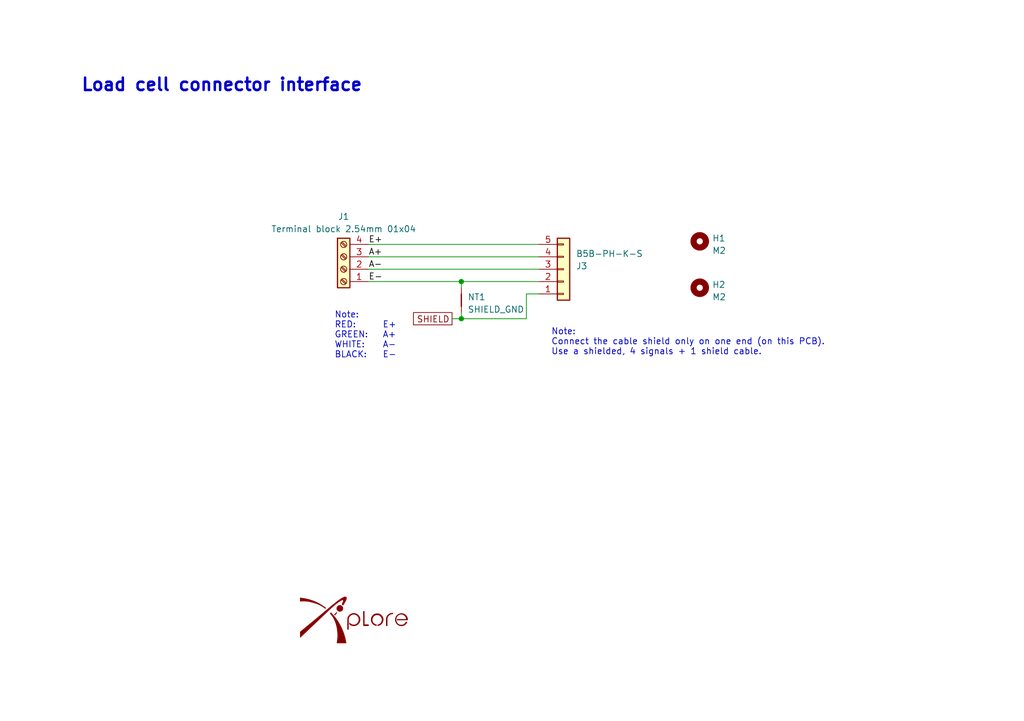
<source format=kicad_sch>
(kicad_sch (version 20230121) (generator eeschema)
  (paper "A5")
  (title_block (title "Load Cell Connector Interface (with shield)") (date "2023-07-16") (rev "1") (company "EPFL Xplore") (comment 4 "Author: Vincent Nguyen"))
  (lib_symbols
    (symbol "0_graphic:Xplore_Logo" (pin_numbers hide) (pin_names (offset 0) hide) (in_bom no)
      (symbol "Xplore_Logo_0_0"
        (polyline (pts (xy 3.1897 2.6292) (xy 2.7649 2.6309) (xy 2.34 2.6325) (xy 2.3384 3.9813) (xy 2.3368 5.3302) (xy 2.1345 5.3302) (xy 2.1387 4.6049) (xy 2.1388 4.6004) (xy 2.1394 4.4854) (xy 2.1401 4.3599) (xy 2.1409 4.2262) (xy 2.1417 4.0865) (xy 2.1425 3.9432) (xy 2.1434 3.7985) (xy 2.1442 3.6548) (xy 2.145 3.5142) (xy 2.1457 3.3792) (xy 2.1465 3.252) (xy 2.1471 3.1349) (xy 2.1513 2.3902) (xy 3.1897 2.3902) (xy 3.1897 2.6292)) (stroke (width 0.01)) (fill (type outline)))
        (polyline (pts (xy -3.7161 4.5443) (xy -3.7063 4.5551) (xy -3.6898 4.5741) (xy -3.6676 4.6001) (xy -3.6407 4.632) (xy -3.6099 4.6687) (xy -3.5763 4.709) (xy -3.5406 4.7519) (xy -3.504 4.7961) (xy -3.4672 4.8407) (xy -3.4313 4.8844) (xy -3.3971 4.9261) (xy -3.3657 4.9646) (xy -3.3378 4.999) (xy -3.3146 5.0279) (xy -3.2968 5.0504) (xy -3.2854 5.0652) (xy -3.2815 5.0713) (xy -3.2828 5.0737) (xy -3.2928 5.082) (xy -3.3105 5.0936) (xy -3.3333 5.1067) (xy -3.3851 5.1349) (xy -3.5627 4.9218) (xy -3.5807 4.9002) (xy -3.619 4.8541) (xy -3.6555 4.8104) (xy -3.6889 4.7702) (xy -3.7183 4.7349) (xy -3.7426 4.7056) (xy -3.7607 4.6838) (xy -3.7716 4.6706) (xy -3.803 4.6324) (xy -3.7629 4.5872) (xy -3.753 4.5762) (xy -3.7366 4.5586) (xy -3.7244 4.5466) (xy -3.7186 4.5422) (xy -3.7161 4.5443)) (stroke (width 0.01)) (fill (type outline)))
        (polyline (pts (xy -2.6601 5.3171) (xy -2.6296 5.3188) (xy -2.6161 5.3202) (xy -2.5301 5.3364) (xy -2.4483 5.3642) (xy -2.3717 5.4027) (xy -2.3013 5.451) (xy -2.238 5.5082) (xy -2.1828 5.5735) (xy -2.1367 5.6461) (xy -2.1007 5.725) (xy -2.0757 5.8093) (xy -2.0742 5.8164) (xy -2.0672 5.8628) (xy -2.0631 5.9145) (xy -2.0621 5.9671) (xy -2.0642 6.0161) (xy -2.0696 6.0571) (xy -2.0867 6.1255) (xy -2.1191 6.2102) (xy -2.162 6.2883) (xy -2.2149 6.3591) (xy -2.2773 6.4217) (xy -2.3484 6.4754) (xy -2.4278 6.5194) (xy -2.4563 6.5319) (xy -2.5389 6.5586) (xy -2.6242 6.5735) (xy -2.7106 6.5766) (xy -2.7968 6.5682) (xy -2.881 6.5482) (xy -2.9617 6.5169) (xy -3.0376 6.4742) (xy -3.0652 6.4548) (xy -3.1295 6.3999) (xy -3.1867 6.3371) (xy -3.2348 6.2686) (xy -3.2719 6.1966) (xy -3.2969 6.1273) (xy -3.3161 6.0407) (xy -3.3231 5.9533) (xy -3.3179 5.8662) (xy -3.3007 5.7805) (xy -3.2717 5.6975) (xy -3.231 5.6182) (xy -3.1789 5.5438) (xy -3.1292 5.4899) (xy -3.0634 5.4352) (xy -2.9903 5.3898) (xy -2.9118 5.3547) (xy -2.8295 5.3306) (xy -2.7452 5.3185) (xy -2.7337 5.3178) (xy -2.6969 5.3168) (xy -2.6601 5.3171)) (stroke (width 0.01)) (fill (type outline)))
        (polyline (pts (xy 7.0166 3.1284) (xy 7.0166 3.1604) (xy 7.017 3.2704) (xy 7.0173 3.3684) (xy 7.0176 3.4552) (xy 7.0179 3.5316) (xy 7.0182 3.5983) (xy 7.0186 3.656) (xy 7.0191 3.7056) (xy 7.0196 3.7477) (xy 7.0203 3.7832) (xy 7.021 3.8128) (xy 7.0219 3.8372) (xy 7.0229 3.8572) (xy 7.024 3.8735) (xy 7.0253 3.887) (xy 7.0268 3.8984) (xy 7.0285 3.9083) (xy 7.0304 3.9177) (xy 7.0326 3.9272) (xy 7.0347 3.9362) (xy 7.066 4.0483) (xy 7.1054 4.1515) (xy 7.1538 4.2477) (xy 7.2122 4.3385) (xy 7.2815 4.4257) (xy 7.3629 4.5109) (xy 7.407 4.5518) (xy 7.496 4.6236) (xy 7.5884 4.6836) (xy 7.6856 4.7327) (xy 7.7891 4.7716) (xy 7.9001 4.801) (xy 7.901 4.8012) (xy 7.9357 4.8074) (xy 7.9759 4.8121) (xy 8.0241 4.8155) (xy 8.0826 4.8178) (xy 8.2038 4.8214) (xy 8.2038 4.9867) (xy 8.1608 4.9913) (xy 8.1346 4.9931) (xy 8.082 4.9929) (xy 8.0217 4.9886) (xy 7.9567 4.9808) (xy 7.8899 4.9698) (xy 7.8241 4.9559) (xy 7.7622 4.9396) (xy 7.7299 4.9297) (xy 7.6047 4.8833) (xy 7.4871 4.8271) (xy 7.3776 4.7615) (xy 7.2766 4.687) (xy 7.1845 4.6041) (xy 7.1016 4.5131) (xy 7.0284 4.4146) (xy 6.9653 4.309) (xy 6.9126 4.1969) (xy 6.8708 4.0786) (xy 6.8402 3.9547) (xy 6.8212 3.8256) (xy 6.8204 3.8131) (xy 6.8193 3.7858) (xy 6.8184 3.7466) (xy 6.8175 3.696) (xy 6.8168 3.6348) (xy 6.8161 3.5634) (xy 6.8156 3.4824) (xy 6.8151 3.3925) (xy 6.8148 3.2941) (xy 6.8146 3.1879) (xy 6.8146 2.3902) (xy 7.0145 2.3902) (xy 7.0166 3.1284)) (stroke (width 0.01)) (fill (type outline)))
        (polyline (pts (xy -1.407 -1.1458) (xy -1.409 -1.1348) (xy -1.4128 -1.113) (xy -1.4179 -1.0831) (xy -1.4238 -1.0475) (xy -1.4303 -1.0085) (xy -1.4692 -0.7867) (xy -1.5418 -0.4298) (xy -1.6266 -0.073) (xy -1.7232 0.2824) (xy -1.8312 0.6354) (xy -1.9504 0.9845) (xy -2.0802 1.3287) (xy -2.2204 1.6665) (xy -2.3155 1.8798) (xy -2.4799 2.2234) (xy -2.6546 2.5593) (xy -2.8399 2.8878) (xy -3.0357 3.209) (xy -3.2422 3.5231) (xy -3.4595 3.8302) (xy -3.6878 4.1306) (xy -3.9271 4.4243) (xy -4.1776 4.7117) (xy -4.4394 4.9928) (xy -4.5221 5.0787) (xy -4.5977 4.9968) (xy -4.6734 4.9148) (xy -4.6265 4.8624) (xy -4.5969 4.829) (xy -4.4979 4.7116) (xy -4.3986 4.5855) (xy -4.301 4.4534) (xy -4.2073 4.3184) (xy -4.1198 4.1833) (xy -4.0271 4.0294) (xy -3.8983 3.7947) (xy -3.7795 3.5522) (xy -3.6708 3.3019) (xy -3.5722 3.044) (xy -3.4838 2.7788) (xy -3.4057 2.5063) (xy -3.3378 2.2269) (xy -3.2803 1.9406) (xy -3.2331 1.6476) (xy -3.1964 1.3482) (xy -3.1701 1.0425) (xy -3.1543 0.7307) (xy -3.1491 0.413) (xy -3.1491 0.3827) (xy -3.1512 0.2254) (xy -3.1561 0.0655) (xy -3.1636 -0.0951) (xy -3.1737 -0.2548) (xy -3.1862 -0.4118) (xy -3.2008 -0.5645) (xy -3.2176 -0.7112) (xy -3.2362 -0.8502) (xy -3.2567 -0.9797) (xy -3.2788 -1.0981) (xy -3.282 -1.1137) (xy -3.2867 -1.1373) (xy -3.2899 -1.1541) (xy -3.2912 -1.1611) (xy -3.2911 -1.1611) (xy -3.2843 -1.1614) (xy -3.2652 -1.1617) (xy -3.2347 -1.1619) (xy -3.1934 -1.1622) (xy -3.1421 -1.1624) (xy -3.0815 -1.1626) (xy -3.0123 -1.1629) (xy -2.9352 -1.163) (xy -2.851 -1.1632) (xy -2.7603 -1.1633) (xy -2.6638 -1.1634) (xy -2.5624 -1.1635) (xy -2.4566 -1.1636) (xy -1.4034 -1.1636) (xy -1.407 -1.1458)) (stroke (width 0.01)) (fill (type outline)))
        (polyline (pts (xy -5.6886 5.9265) (xy -5.6883 5.9267) (xy -5.6759 5.937) (xy -5.6589 5.9522) (xy -5.6398 5.97) (xy -5.6207 5.9882) (xy -5.6042 6.0044) (xy -5.5926 6.0165) (xy -5.5882 6.0222) (xy -5.5896 6.0243) (xy -5.5989 6.0332) (xy -5.615 6.0468) (xy -5.6357 6.0633) (xy -5.6643 6.0853) (xy -5.9454 6.2946) (xy -6.227 6.4913) (xy -6.5097 6.6757) (xy -6.794 6.8479) (xy -7.0804 7.0083) (xy -7.3693 7.1571) (xy -7.6614 7.2946) (xy -7.957 7.4209) (xy -8.2568 7.5365) (xy -8.5611 7.6416) (xy -8.8706 7.7363) (xy -8.8733 7.7371) (xy -9.0456 7.7848) (xy -9.2195 7.8296) (xy -9.3965 7.8716) (xy -9.5779 7.9112) (xy -9.7652 7.9487) (xy -9.9598 7.9842) (xy -10.1631 8.0182) (xy -10.3764 8.0509) (xy -10.6013 8.0825) (xy -10.6184 8.0848) (xy -10.6659 8.0912) (xy -10.709 8.0969) (xy -10.746 8.1017) (xy -10.7751 8.1054) (xy -10.7947 8.1078) (xy -10.8032 8.1086) (xy -10.8046 8.1079) (xy -10.8064 8.1039) (xy -10.8079 8.0955) (xy -10.8091 8.0817) (xy -10.8101 8.0617) (xy -10.8109 8.0343) (xy -10.8114 7.9988) (xy -10.8119 7.9541) (xy -10.8121 7.8993) (xy -10.8122 7.8335) (xy -10.8123 7.7557) (xy -10.8123 7.4029) (xy -10.7913 7.4066) (xy -10.79 7.4068) (xy -10.769 7.41) (xy -10.7379 7.414) (xy -10.6992 7.4187) (xy -10.6554 7.4237) (xy -10.6089 7.4288) (xy -10.5624 7.4336) (xy -10.5183 7.4379) (xy -10.4978 7.4395) (xy -10.4522 7.442) (xy -10.3967 7.4439) (xy -10.3334 7.4453) (xy -10.2641 7.4461) (xy -10.1908 7.4464) (xy -10.1155 7.4462) (xy -10.0401 7.4455) (xy -9.9666 7.4442) (xy -9.8969 7.4425) (xy -9.8331 7.4402) (xy -9.777 7.4375) (xy -9.7306 7.4343) (xy -9.5199 7.4138) (xy -9.2536 7.3792) (xy -8.9856 7.335) (xy -8.7152 7.2809) (xy -8.4416 7.2167) (xy -8.164 7.1422) (xy -7.8818 7.0573) (xy -7.5942 6.9618) (xy -7.3005 6.8555) (xy -7.143 6.7936) (xy -6.8993 6.6865) (xy -6.6619 6.5681) (xy -6.431 6.4386) (xy -6.2069 6.2981) (xy -5.9895 6.1466) (xy -5.779 5.9843) (xy -5.7601 5.969) (xy -5.7339 5.9485) (xy -5.7151 5.9349) (xy -5.7023 5.9274) (xy -5.6939 5.9249) (xy -5.6886 5.9265)) (stroke (width 0.01)) (fill (type outline)))
        (polyline (pts (xy -1.0281 1.6388) (xy -1.0096 1.6395) (xy -0.9775 1.641) (xy -0.9516 1.6424) (xy -0.9339 1.6437) (xy -0.9269 1.6447) (xy -0.9266 1.6499) (xy -0.9263 1.6674) (xy -0.9259 1.6966) (xy -0.9255 1.7367) (xy -0.925 1.7871) (xy -0.9245 1.8471) (xy -0.924 1.9161) (xy -0.9235 1.9933) (xy -0.923 2.0781) (xy -0.9224 2.1699) (xy -0.9219 2.2678) (xy -0.9214 2.3713) (xy -0.9208 2.4797) (xy -0.9203 2.5922) (xy -0.9198 2.7083) (xy -0.9153 3.7697) (xy -0.8987 3.8376) (xy -0.8776 3.9144) (xy -0.8392 4.024) (xy -0.7927 4.1284) (xy -0.739 4.226) (xy -0.6788 4.3157) (xy -0.613 4.3958) (xy -0.5423 4.4651) (xy -0.5308 4.475) (xy -0.4368 4.5472) (xy -0.3388 4.6071) (xy -0.2364 4.6551) (xy -0.129 4.6913) (xy -0.016 4.716) (xy 0.103 4.7294) (xy 0.1609 4.7318) (xy 0.2774 4.7281) (xy 0.3886 4.7126) (xy 0.4948 4.6852) (xy 0.5963 4.646) (xy 0.6931 4.5947) (xy 0.7856 4.5313) (xy 0.874 4.4558) (xy 0.9443 4.3843) (xy 1.0178 4.2948) (xy 1.0796 4.2008) (xy 1.1304 4.1014) (xy 1.1705 3.9957) (xy 1.2005 3.8828) (xy 1.2018 3.876) (xy 1.208 3.8339) (xy 1.2126 3.7825) (xy 1.2154 3.7251) (xy 1.2166 3.6645) (xy 1.216 3.604) (xy 1.2137 3.5466) (xy 1.2096 3.4953) (xy 1.2037 3.4531) (xy 1.2022 3.4454) (xy 1.1759 3.3411) (xy 1.1385 3.2376) (xy 1.0913 3.1381) (xy 1.0356 3.0461) (xy 1.0336 3.0432) (xy 1.0079 3.0091) (xy 0.9746 2.9697) (xy 0.9362 2.9273) (xy 0.895 2.8845) (xy 0.8535 2.8437) (xy 0.8139 2.8074) (xy 0.7786 2.778) (xy 0.7297 2.7423) (xy 0.6335 2.6842) (xy 0.5319 2.6378) (xy 0.4249 2.6031) (xy 0.3128 2.5803) (xy 0.287 2.5771) (xy 0.2252 2.5729) (xy 0.158 2.5723) (xy 0.0898 2.5751) (xy 0.0252 2.5812) (xy -0.0313 2.5905) (xy -0.0686 2.5991) (xy -0.1559 2.6249) (xy -0.2447 2.6581) (xy -0.3314 2.697) (xy -0.4125 2.7402) (xy -0.4842 2.7861) (xy -0.4855 2.787) (xy -0.5193 2.813) (xy -0.5563 2.8445) (xy -0.5937 2.879) (xy -0.6287 2.9139) (xy -0.6587 2.9464) (xy -0.6809 2.9741) (xy -0.7033 3.0055) (xy -0.7051 2.8581) (xy -0.7068 2.7106) (xy -0.6631 2.6663) (xy -0.6488 2.6521) (xy -0.6013 2.6095) (xy -0.5523 2.5729) (xy -0.4988 2.5405) (xy -0.4381 2.5107) (xy -0.3673 2.4817) (xy -0.3105 2.4609) (xy -0.1752 2.4189) (xy -0.0441 2.389) (xy 0.0829 2.3713) (xy 0.2059 2.3656) (xy 0.325 2.3721) (xy 0.4403 2.3906) (xy 0.4742 2.3986) (xy 0.5775 2.4302) (xy 0.6813 2.4726) (xy 0.783 2.5244) (xy 0.8801 2.5843) (xy 0.9702 2.6512) (xy 0.9901 2.6681) (xy 1.0238 2.6985) (xy 1.0608 2.7336) (xy 1.0986 2.7707) (xy 1.1344 2.8073) (xy 1.1656 2.8407) (xy 1.1896 2.8684) (xy 1.2296 2.9203) (xy 1.2912 3.0147) (xy 1.3449 3.1155) (xy 1.389 3.2197) (xy 1.4222 3.3243) (xy 1.4368 3.3865) (xy 1.4563 3.5112) (xy 1.4636 3.6367) (xy 1.4588 3.7621) (xy 1.4421 3.8861) (xy 1.4136 4.0078) (xy 1.3735 4.1261) (xy 1.3221 4.2399) (xy 1.2593 4.348) (xy 1.2511 4.3605) (xy 1.1749 4.4635) (xy 1.09 4.5572) (xy 0.9969 4.6413) (xy 0.8963 4.7155) (xy 0.7889 4.7792) (xy 0.6753 4.8322) (xy 0.5562 4.8741) (xy 0.4321 4.9045) (xy 0.3037 4.9229) (xy 0.1826 4.9293) (xy 0.0534 4.9245) (xy -0.0724 4.9075) (xy -0.1941 4.8786) (xy -0.3114 4.8379) (xy -0.4237 4.7855) (xy -0.5306 4.7217) (xy -0.6317 4.6466) (xy -0.7264 4.5603) (xy -0.7443 4.542) (xy -0.8342 4.442) (xy -0.9114 4.3402) (xy -0.9761 4.2365) (xy -1.0284 4.1305) (xy -1.0686 4.0219) (xy -1.0967 3.9104) (xy -1.113 3.7956) (xy -1.1132 3.7926) (xy -1.114 3.7742) (xy -1.1148 3.7438) (xy -1.1156 3.7019) (xy -1.1163 3.6493) (xy -1.1171 3.5866) (xy -1.1179 3.5145) (xy -1.1187 3.4337) (xy -1.1194 3.3449) (xy -1.1201 3.2486) (xy -1.1208 3.1457) (xy -1.1214 3.0366) (xy -1.122 2.9222) (xy -1.1225 2.8031) (xy -1.123 2.6798) (xy -1.1267 1.6352) (xy -1.0281 1.6388)) (stroke (width 0.01)) (fill (type outline)))
        (polyline (pts (xy 5.1056 2.4032) (xy 5.1481 2.4065) (xy 5.1982 2.4138) (xy 5.2524 2.4244) (xy 5.307 2.4374) (xy 5.3584 2.4522) (xy 5.4031 2.4679) (xy 5.4234 2.4762) (xy 5.5179 2.5217) (xy 5.6111 2.5771) (xy 5.7008 2.6407) (xy 5.7845 2.7106) (xy 5.86 2.7853) (xy 5.9249 2.8628) (xy 5.99 2.9572) (xy 6.0558 3.0734) (xy 6.11 3.195) (xy 6.1524 3.3216) (xy 6.1828 3.4528) (xy 6.2011 3.5882) (xy 6.2039 3.6301) (xy 6.2028 3.7434) (xy 6.1895 3.8578) (xy 6.1641 3.9722) (xy 6.1268 4.0854) (xy 6.078 4.1962) (xy 6.076 4.2001) (xy 6.0492 4.2513) (xy 6.0226 4.297) (xy 5.9945 4.3396) (xy 5.9631 4.3811) (xy 5.9269 4.424) (xy 5.8839 4.4705) (xy 5.8327 4.5229) (xy 5.8057 4.5496) (xy 5.7543 4.5983) (xy 5.707 4.6393) (xy 5.6614 4.6746) (xy 5.615 4.706) (xy 5.5653 4.7354) (xy 5.5099 4.7645) (xy 5.4494 4.793) (xy 5.3695 4.8244) (xy 5.2887 4.8487) (xy 5.2047 4.8662) (xy 5.1155 4.8773) (xy 5.0187 4.8826) (xy 4.9122 4.8825) (xy 4.9001 4.8822) (xy 4.8509 4.8807) (xy 4.8113 4.8788) (xy 4.7783 4.8763) (xy 4.7492 4.8729) (xy 4.7212 4.8684) (xy 4.6915 4.8625) (xy 4.6265 4.8469) (xy 4.5097 4.809) (xy 4.399 4.7598) (xy 4.2947 4.6996) (xy 4.1972 4.6286) (xy 4.1831 4.6167) (xy 4.1496 4.5861) (xy 4.112 4.5495) (xy 4.0728 4.5093) (xy 4.0341 4.4679) (xy 3.9983 4.4278) (xy 3.9677 4.3913) (xy 3.9444 4.3609) (xy 3.8991 4.2906) (xy 3.8512 4.2016) (xy 3.8096 4.108) (xy 3.7761 4.0133) (xy 3.7522 3.9214) (xy 3.7482 3.9009) (xy 3.7367 3.8227) (xy 3.7292 3.7382) (xy 3.7259 3.6518) (xy 3.727 3.5682) (xy 3.7327 3.4919) (xy 3.7469 3.3985) (xy 3.7757 3.2793) (xy 3.8154 3.1651) (xy 3.8653 3.0564) (xy 3.9249 2.9539) (xy 3.9935 2.8582) (xy 4.0705 2.7699) (xy 4.1553 2.6897) (xy 4.2474 2.6182) (xy 4.346 2.5559) (xy 4.4505 2.5036) (xy 4.5604 2.4619) (xy 4.675 2.4314) (xy 4.7938 2.4127) (xy 4.8374 2.4081) (xy 4.8374 2.594) (xy 4.7753 2.6087) (xy 4.6806 2.6348) (xy 4.5869 2.6679) (xy 4.4989 2.7064) (xy 4.419 2.7493) (xy 4.3495 2.7955) (xy 4.3153 2.8222) (xy 4.2315 2.8987) (xy 4.1576 2.9832) (xy 4.0941 3.0752) (xy 4.0412 3.1743) (xy 3.9993 3.28) (xy 3.9686 3.3917) (xy 3.9648 3.4121) (xy 3.9596 3.455) (xy 3.9558 3.5051) (xy 3.9537 3.5589) (xy 3.9534 3.6128) (xy 3.9549 3.6633) (xy 3.9584 3.7068) (xy 3.9597 3.7175) (xy 3.9776 3.8178) (xy 4.0053 3.9186) (xy 4.0413 4.0159) (xy 4.0845 4.1057) (xy 4.1005 4.1338) (xy 4.1394 4.195) (xy 4.1823 4.2545) (xy 4.2271 4.3096) (xy 4.2719 4.3578) (xy 4.3145 4.3964) (xy 4.3534 4.4265) (xy 4.4423 4.4857) (xy 4.5357 4.5343) (xy 4.6356 4.5734) (xy 4.7439 4.604) (xy 4.7458 4.6045) (xy 4.7729 4.6106) (xy 4.7963 4.6152) (xy 4.8187 4.6184) (xy 4.8428 4.6204) (xy 4.8715 4.6216) (xy 4.9075 4.6221) (xy 4.9537 4.6222) (xy 4.9636 4.6222) (xy 5.01 4.6219) (xy 5.0467 4.621) (xy 5.0765 4.6194) (xy 5.1021 4.6168) (xy 5.1263 4.613) (xy 5.1517 4.6079) (xy 5.1822 4.6008) (xy 5.2789 4.5718) (xy 5.3725 4.5343) (xy 5.461 4.4893) (xy 5.5427 4.4377) (xy 5.6156 4.3807) (xy 5.6779 4.3193) (xy 5.6859 4.3102) (xy 5.759 4.2183) (xy 5.8206 4.1226) (xy 5.8713 4.0217) (xy 5.912 3.914) (xy 5.9434 3.7982) (xy 5.953 3.7407) (xy 5.9584 3.6711) (xy 5.9586 3.5978) (xy 5.9536 3.525) (xy 5.9433 3.457) (xy 5.9383 3.4335) (xy 5.9126 3.3368) (xy 5.8789 3.2398) (xy 5.8392 3.1481) (xy 5.8188 3.1072) (xy 5.7814 3.0396) (xy 5.7428 2.9808) (xy 5.7013 2.9282) (xy 5.6549 2.8793) (xy 5.6016 2.8314) (xy 5.5433 2.7838) (xy 5.4868 2.7411) (xy 5.4344 2.7059) (xy 5.3835 2.677) (xy 5.3321 2.6533) (xy 5.2777 2.6335) (xy 5.218 2.6166) (xy 5.1507 2.6012) (xy 5.0797 2.5863) (xy 5.0761 2.4031) (xy 5.0979 2.4031) (xy 5.1056 2.4032)) (stroke (width 0.01)) (fill (type outline)))
        (polyline (pts (xy -10.795 0) (xy -10.7948 0.0001) (xy -10.7878 0.0067) (xy -10.7719 0.0217) (xy -10.7476 0.0448) (xy -10.7154 0.0754) (xy -10.6758 0.1131) (xy -10.6291 0.1575) (xy -10.5759 0.2082) (xy -10.5166 0.2646) (xy -10.4517 0.3264) (xy -10.3816 0.3931) (xy -10.3069 0.4643) (xy -10.2279 0.5395) (xy -10.1452 0.6183) (xy -10.0591 0.7003) (xy -9.9703 0.7849) (xy -9.879 0.8719) (xy -9.8217 0.9265) (xy -9.6273 1.1117) (xy -9.4413 1.2889) (xy -9.2628 1.459) (xy -9.091 1.6226) (xy -8.9251 1.7806) (xy -8.7643 1.9337) (xy -8.6078 2.0827) (xy -8.4548 2.2283) (xy -8.3045 2.3713) (xy -8.1561 2.5125) (xy -8.0088 2.6527) (xy -7.8617 2.7925) (xy -7.7142 2.9328) (xy -7.5653 3.0744) (xy -7.4142 3.2179) (xy -7.2603 3.3642) (xy -7.1026 3.514) (xy -6.9404 3.6681) (xy -6.7728 3.8273) (xy -6.5991 3.9922) (xy -6.4185 4.1637) (xy -6.3625 4.2169) (xy -6.2546 4.3194) (xy -6.1482 4.4204) (xy -6.044 4.5194) (xy -5.9422 4.6161) (xy -5.8435 4.7099) (xy -5.7482 4.8004) (xy -5.6568 4.8873) (xy -5.5697 4.9701) (xy -5.4874 5.0482) (xy -5.4104 5.1214) (xy -5.3392 5.1892) (xy -5.2741 5.2511) (xy -5.2156 5.3068) (xy -5.1642 5.3556) (xy -5.1204 5.3974) (xy -5.0846 5.4315) (xy -5.0572 5.4576) (xy -5.0388 5.4753) (xy -5.0043 5.5083) (xy -4.7593 5.7401) (xy -4.521 5.9608) (xy -4.2893 6.1704) (xy -4.0642 6.369) (xy -3.8456 6.5565) (xy -3.6336 6.7329) (xy -3.5413 6.808) (xy -3.3918 6.9271) (xy -3.2487 7.0381) (xy -3.1121 7.1409) (xy -2.9821 7.2354) (xy -2.8591 7.3213) (xy -2.7432 7.3986) (xy -2.6345 7.4672) (xy -2.5334 7.527) (xy -2.4399 7.5777) (xy -2.3543 7.6194) (xy -2.2768 7.6518) (xy -2.2075 7.6748) (xy -2.1467 7.6884) (xy -2.1445 7.6887) (xy -2.0958 7.6912) (xy -2.0544 7.6832) (xy -2.0204 7.6646) (xy -1.994 7.6356) (xy -1.9895 7.6286) (xy -1.9833 7.6172) (xy -1.9795 7.6051) (xy -1.9774 7.5892) (xy -1.9767 7.5665) (xy -1.9767 7.534) (xy -1.9769 7.5215) (xy -1.9781 7.4867) (xy -1.981 7.4583) (xy -1.9864 7.4314) (xy -1.9949 7.4011) (xy -2.0118 7.3495) (xy -2.0375 7.2798) (xy -2.0693 7.2011) (xy -2.1074 7.1131) (xy -2.152 7.0153) (xy -2.2034 6.907) (xy -2.2103 6.8926) (xy -2.2273 6.8565) (xy -2.2416 6.8247) (xy -2.2526 6.7992) (xy -2.2594 6.7816) (xy -2.2612 6.7738) (xy -2.2574 6.7696) (xy -2.2451 6.7584) (xy -2.2261 6.7419) (xy -2.2023 6.7217) (xy -2.1754 6.6993) (xy -2.1474 6.6762) (xy -2.1201 6.6539) (xy -2.0953 6.634) (xy -2.0748 6.6178) (xy -2.0604 6.607) (xy -2.0541 6.6031) (xy -2.0498 6.6074) (xy -2.0391 6.6211) (xy -2.023 6.6428) (xy -2.0024 6.6713) (xy -1.9785 6.7051) (xy -1.952 6.7428) (xy -1.9241 6.7831) (xy -1.8956 6.8246) (xy -1.8675 6.8659) (xy -1.8408 6.9056) (xy -1.8165 6.9423) (xy -1.788 6.9861) (xy -1.7023 7.1229) (xy -1.625 7.2545) (xy -1.5562 7.3805) (xy -1.496 7.5006) (xy -1.4446 7.6144) (xy -1.4021 7.7215) (xy -1.3688 7.8217) (xy -1.3448 7.9144) (xy -1.3302 7.9994) (xy -1.3252 8.0763) (xy -1.3258 8.1074) (xy -1.3306 8.1566) (xy -1.3409 8.1964) (xy -1.3576 8.2285) (xy -1.3813 8.2546) (xy -1.4129 8.2766) (xy -1.46 8.2974) (xy -1.5191 8.3106) (xy -1.5858 8.3139) (xy -1.6599 8.3071) (xy -1.741 8.2902) (xy -1.7639 8.2841) (xy -1.8188 8.2673) (xy -1.8752 8.2471) (xy -1.9354 8.2224) (xy -2.0017 8.1924) (xy -2.0764 8.1561) (xy -2.0887 8.15) (xy -2.1711 8.1069) (xy -2.258 8.0584) (xy -2.3496 8.0044) (xy -2.4462 7.9446) (xy -2.5481 7.8788) (xy -2.6557 7.8068) (xy -2.7692 7.7284) (xy -2.8889 7.6432) (xy -3.0153 7.5511) (xy -3.1484 7.452) (xy -3.2888 7.3454) (xy -3.4367 7.2313) (xy -3.5923 7.1094) (xy -3.7561 6.9794) (xy -3.9283 6.8412) (xy -4.1092 6.6945) (xy -4.2991 6.5392) (xy -4.301 6.5376) (xy -4.3283 6.5152) (xy -4.355 6.4933) (xy -4.3814 6.4715) (xy -4.4079 6.4496) (xy -4.4351 6.4272) (xy -4.4632 6.4039) (xy -4.4928 6.3794) (xy -4.5243 6.3533) (xy -4.558 6.3253) (xy -4.5945 6.295) (xy -4.6341 6.2621) (xy -4.6772 6.2261) (xy -4.7243 6.1868) (xy -4.7759 6.1438) (xy -4.8322 6.0968) (xy -4.8938 6.0453) (xy -4.9611 5.9891) (xy -5.0345 5.9278) (xy -5.1144 5.861) (xy -5.2012 5.7884) (xy -5.2955 5.7096) (xy -5.3975 5.6243) (xy -5.5077 5.5321) (xy -5.6265 5.4327) (xy -5.7545 5.3257) (xy -5.8919 5.2107) (xy -5.9795 5.1375) (xy -6.2363 4.9227) (xy -6.4842 4.7155) (xy -6.7239 4.5154) (xy -6.956 4.3216) (xy -7.1813 4.1338) (xy -7.4005 3.9512) (xy -7.6142 3.7733) (xy -7.8231 3.5996) (xy -8.028 3.4294) (xy -8.2295 3.2621) (xy -8.4284 3.0973) (xy -8.6252 2.9343) (xy -8.8208 2.7726) (xy -9.0158 2.6115) (xy -9.211 2.4505) (xy -9.4069 2.289) (xy -9.6043 2.1264) (xy -9.804 1.9622) (xy -10.0065 1.7958) (xy -10.2127 1.6266) (xy -10.4231 1.4541) (xy -10.8123 1.135) (xy -10.8123 -0.0157) (xy -10.795 0)) (stroke (width 0.01)) (fill (type outline)))
        (polyline (pts (xy 9.9818 2.3658) (xy 10.0333 2.3676) (xy 10.0791 2.3705) (xy 10.1156 2.3745) (xy 10.1744 2.3844) (xy 10.2961 2.414) (xy 10.4127 2.4544) (xy 10.5233 2.5053) (xy 10.6273 2.5662) (xy 10.7239 2.6366) (xy 10.8123 2.7161) (xy 10.8917 2.8042) (xy 10.9616 2.9004) (xy 10.9619 2.9008) (xy 10.9863 2.9404) (xy 11.0127 2.9865) (xy 11.0389 3.0347) (xy 11.0626 3.0807) (xy 11.0813 3.1204) (xy 11.097 3.1559) (xy 10.969 3.1527) (xy 10.9626 3.1525) (xy 10.9239 3.1513) (xy 10.8902 3.15) (xy 10.8633 3.1486) (xy 10.8455 3.1473) (xy 10.8385 3.1462) (xy 10.8351 3.1401) (xy 10.8273 3.1245) (xy 10.8162 3.1021) (xy 10.8031 3.0751) (xy 10.7749 3.0219) (xy 10.7171 2.9337) (xy 10.649 2.8523) (xy 10.5715 2.7789) (xy 10.4855 2.7146) (xy 10.4171 2.6715) (xy 10.3382 2.628) (xy 10.2624 2.594) (xy 10.1875 2.5688) (xy 10.1114 2.5517) (xy 10.0319 2.5419) (xy 9.9467 2.5388) (xy 9.8836 2.5404) (xy 9.7773 2.55) (xy 9.6727 2.5678) (xy 9.5717 2.5933) (xy 9.4765 2.6259) (xy 9.3889 2.6652) (xy 9.311 2.7105) (xy 9.2734 2.7373) (xy 9.201 2.7989) (xy 9.132 2.8707) (xy 9.0675 2.9508) (xy 9.0088 3.0375) (xy 8.9569 3.129) (xy 8.913 3.2235) (xy 8.8783 3.3192) (xy 8.8539 3.4144) (xy 8.8467 3.4543) (xy 8.8336 3.5726) (xy 8.8327 3.6903) (xy 8.8437 3.8066) (xy 8.8663 3.9205) (xy 8.9001 4.031) (xy 8.9449 4.1373) (xy 9.0002 4.2384) (xy 9.0659 4.3333) (xy 9.1415 4.4211) (xy 9.2268 4.5009) (xy 9.2549 4.5238) (xy 9.3373 4.5839) (xy 9.4233 4.6368) (xy 9.5106 4.6813) (xy 9.5969 4.7164) (xy 9.6802 4.7409) (xy 9.7382 4.7516) (xy 9.8289 4.7588) (xy 9.9238 4.7562) (xy 10.0213 4.7442) (xy 10.1194 4.7233) (xy 10.2163 4.6938) (xy 10.3101 4.6563) (xy 10.3988 4.6111) (xy 10.4808 4.5586) (xy 10.5153 4.5327) (xy 10.5994 4.4597) (xy 10.6764 4.3785) (xy 10.7452 4.2905) (xy 10.805 4.1971) (xy 10.8547 4.0997) (xy 10.8934 3.9999) (xy 10.9202 3.899) (xy 10.922 3.8893) (xy 10.9264 3.8631) (xy 10.9306 3.8331) (xy 10.9345 3.802) (xy 10.9377 3.7726) (xy 10.9399 3.7477) (xy 10.9408 3.7301) (xy 10.9401 3.7224) (xy 10.938 3.7222) (xy 10.9246 3.7219) (xy 10.8995 3.7214) (xy 10.8635 3.7209) (xy 10.8175 3.7203) (xy 10.7622 3.7196) (xy 10.6985 3.7189) (xy 10.627 3.7182) (xy 10.5488 3.7174) (xy 10.4644 3.7166) (xy 10.3749 3.7158) (xy 10.2809 3.715) (xy 10.1832 3.7142) (xy 10.1633 3.7141) (xy 10.0612 3.7132) (xy 9.9598 3.7123) (xy 9.8604 3.7114) (xy 9.764 3.7105) (xy 9.6717 3.7096) (xy 9.5846 3.7087) (xy 9.5039 3.7078) (xy 9.4306 3.707) (xy 9.3658 3.7062) (xy 9.3106 3.7055) (xy 9.2662 3.7049) (xy 9.2336 3.7043) (xy 9.0389 3.7004) (xy 9.0422 3.6285) (xy 9.0435 3.6031) (xy 9.0451 3.5783) (xy 9.0466 3.561) (xy 9.0478 3.5538) (xy 9.0519 3.5536) (xy 9.0681 3.5535) (xy 9.096 3.5534) (xy 9.1347 3.5534) (xy 9.1835 3.5536) (xy 9.2418 3.5538) (xy 9.3088 3.5542) (xy 9.3838 3.5546) (xy 9.4659 3.5551) (xy 9.5546 3.5557) (xy 9.6491 3.5564) (xy 9.7485 3.5571) (xy 9.8523 3.5579) (xy 9.9597 3.5588) (xy 10.0143 3.5593) (xy 10.1246 3.5602) (xy 10.2331 3.561) (xy 10.3388 3.5619) (xy 10.4408 3.5626) (xy 10.5383 3.5634) (xy 10.6302 3.564) (xy 10.7156 3.5646) (xy 10.7937 3.5651) (xy 10.8635 3.5655) (xy 10.9241 3.5659) (xy 10.9745 3.5661) (xy 11.0138 3.5663) (xy 11.0412 3.5663) (xy 11.2132 3.5662) (xy 11.2172 3.5861) (xy 11.2184 3.5965) (xy 11.219 3.6218) (xy 11.2181 3.6558) (xy 11.2158 3.6958) (xy 11.2125 3.7395) (xy 11.2083 3.7842) (xy 11.2034 3.8275) (xy 11.198 3.8667) (xy 11.1923 3.8993) (xy 11.184 3.9373) (xy 11.1496 4.0572) (xy 11.1037 4.1714) (xy 11.0461 4.2805) (xy 11.0104 4.3372) (xy 10.9341 4.4411) (xy 10.8496 4.5357) (xy 10.7576 4.6204) (xy 10.6586 4.6951) (xy 10.5533 4.7593) (xy 10.4424 4.8126) (xy 10.3265 4.8548) (xy 10.2061 4.8853) (xy 10.082 4.9039) (xy 9.9548 4.9102) (xy 9.9278 4.9099) (xy 9.8027 4.9008) (xy 9.6795 4.8793) (xy 9.559 4.8457) (xy 9.4422 4.8005) (xy 9.3301 4.7441) (xy 9.2235 4.6769) (xy 9.1233 4.5992) (xy 9.0305 4.5115) (xy 8.9786 4.4542) (xy 8.9053 4.3599) (xy 8.8428 4.2603) (xy 8.7905 4.1547) (xy 8.7481 4.0421) (xy 8.7152 3.9216) (xy 8.6912 3.7924) (xy 8.6875 3.7615) (xy 8.6834 3.7002) (xy 8.6822 3.6326) (xy 8.6837 3.5624) (xy 8.688 3.4934) (xy 8.6948 3.4295) (xy 8.704 3.3746) (xy 8.71 3.3475) (xy 8.7452 3.2234) (xy 8.7917 3.1047) (xy 8.8492 2.992) (xy 8.9172 2.8862) (xy 8.9952 2.788) (xy 9.083 2.6979) (xy 9.1074 2.6759) (xy 9.2052 2.5986) (xy 9.3104 2.5311) (xy 9.4219 2.474) (xy 9.5383 2.428) (xy 9.6582 2.3936) (xy 9.7804 2.3714) (xy 9.7887 2.3704) (xy 9.8279 2.3675) (xy 9.8755 2.3657) (xy 9.928 2.3652) (xy 9.9818 2.3658)) (stroke (width 0.01)) (fill (type outline)))
      )
    )
    (symbol "Connector:Screw_Terminal_01x04" (pin_names (offset 1.016) hide)
      (property "Reference" "J" (at 0 5.08 0))
      (property "Value" "Screw_Terminal_01x04" (at 0 -7.62 0))
      (symbol "Screw_Terminal_01x04_1_1"
        (rectangle (start -1.27 3.81) (end 1.27 -6.35) (stroke (width 0.254)) (fill (type background)))
        (circle (center 0 -5.08) (radius 0.635) (stroke (width 0.1524)))
        (circle (center 0 -2.54) (radius 0.635) (stroke (width 0.1524)))
        (polyline (pts (xy -0.5334 -4.7498) (xy 0.3302 -5.588)) (stroke (width 0.1524)))
        (polyline (pts (xy -0.5334 -2.2098) (xy 0.3302 -3.048)) (stroke (width 0.1524)))
        (polyline (pts (xy -0.5334 0.3302) (xy 0.3302 -0.508)) (stroke (width 0.1524)))
        (polyline (pts (xy -0.5334 2.8702) (xy 0.3302 2.032)) (stroke (width 0.1524)))
        (polyline (pts (xy -0.3556 -4.572) (xy 0.508 -5.4102)) (stroke (width 0.1524)))
        (polyline (pts (xy -0.3556 -2.032) (xy 0.508 -2.8702)) (stroke (width 0.1524)))
        (polyline (pts (xy -0.3556 0.508) (xy 0.508 -0.3302)) (stroke (width 0.1524)))
        (polyline (pts (xy -0.3556 3.048) (xy 0.508 2.2098)) (stroke (width 0.1524)))
        (circle (center 0 0) (radius 0.635) (stroke (width 0.1524)))
        (circle (center 0 2.54) (radius 0.635) (stroke (width 0.1524)))
        (pin passive line (at -5.08 2.54 0) (length 3.81) (name "Pin_1") (number "1"))
        (pin passive line (at -5.08 0 0) (length 3.81) (name "Pin_2") (number "2"))
        (pin passive line (at -5.08 -2.54 0) (length 3.81) (name "Pin_3") (number "3"))
        (pin passive line (at -5.08 -5.08 0) (length 3.81) (name "Pin_4") (number "4"))
      )
    )
    (symbol "Connector_Generic:Conn_01x05" (pin_names (offset 1.016) hide)
      (property "Reference" "J" (at 0 7.62 0))
      (property "Value" "Conn_01x05" (at 0 -7.62 0))
      (symbol "Conn_01x05_1_1"
        (rectangle (start -1.27 -4.953) (end 0 -5.207) (stroke (width 0.1524)))
        (rectangle (start -1.27 -2.413) (end 0 -2.667) (stroke (width 0.1524)))
        (rectangle (start -1.27 0.127) (end 0 -0.127) (stroke (width 0.1524)))
        (rectangle (start -1.27 2.667) (end 0 2.413) (stroke (width 0.1524)))
        (rectangle (start -1.27 5.207) (end 0 4.953) (stroke (width 0.1524)))
        (rectangle (start -1.27 6.35) (end 1.27 -6.35) (stroke (width 0.254)) (fill (type background)))
        (pin passive line (at -5.08 5.08 0) (length 3.81) (name "Pin_1") (number "1"))
        (pin passive line (at -5.08 2.54 0) (length 3.81) (name "Pin_2") (number "2"))
        (pin passive line (at -5.08 0 0) (length 3.81) (name "Pin_3") (number "3"))
        (pin passive line (at -5.08 -2.54 0) (length 3.81) (name "Pin_4") (number "4"))
        (pin passive line (at -5.08 -5.08 0) (length 3.81) (name "Pin_5") (number "5"))
      )
    )
    (symbol "Device:NetTie_2" (pin_numbers hide) (pin_names (offset 0) hide) (in_bom no)
      (property "Reference" "NT" (at 0 1.27 0))
      (property "Value" "NetTie_2" (at 0 -1.27 0))
      (symbol "NetTie_2_0_1"
        (polyline (pts (xy -1.27 0) (xy 1.27 0)) (stroke (width 0.254)))
      )
      (symbol "NetTie_2_1_1"
        (pin passive line (at -2.54 0 0) (length 2.54) (name "1") (number "1"))
        (pin passive line (at 2.54 0 180) (length 2.54) (name "2") (number "2"))
      )
    )
    (symbol "Mechanical:MountingHole" (pin_names (offset 1.016))
      (property "Reference" "H" (at 0 5.08 0))
      (property "Value" "MountingHole" (at 0 3.175 0))
      (symbol "MountingHole_0_1"
        (circle (center 0 0) (radius 1.27) (stroke (width 1.27)))
      )
    )
  )
  (junction (at 94.615 65.405))
  (junction (at 94.615 57.785))
  (wire (pts (xy 94.615 57.785) (xy 75.565 57.785)))
  (wire (pts (xy 94.615 64.135) (xy 94.615 65.405)))
  (wire (pts (xy 107.95 65.405) (xy 107.95 60.325)))
  (wire (pts (xy 94.615 65.405) (xy 107.95 65.405)))
  (wire (pts (xy 92.71 65.405) (xy 94.615 65.405)))
  (wire (pts (xy 94.615 57.785) (xy 110.49 57.785)))
  (wire (pts (xy 94.615 57.785) (xy 94.615 59.055)))
  (wire (pts (xy 110.49 50.165) (xy 75.565 50.165)))
  (wire (pts (xy 110.49 55.245) (xy 75.565 55.245)))
  (wire (pts (xy 107.95 60.325) (xy 110.49 60.325)))
  (wire (pts (xy 110.49 52.705) (xy 75.565 52.705)))
  (text "Note:\nConnect the cable shield only on one end (on this PCB).\nUse a shielded, 4 signals + 1 shield cable." (at 113.03 73.025 0) (effects (font (size 1.27 1.27)) (justify left bottom)))
  (text "Load cell connector interface" (at 16.51 19.05 0) (effects (font (size 2.54 2.54) (thickness 0.508) bold) (justify left bottom)))
  (text "Note: \nRED:	E+\nGREEN:	A+\nWHITE:	A-\nBLACK:	E-" (at 68.58 73.66 0) (effects (font (size 1.27 1.27)) (justify left bottom)))
  (label "E+" (at 75.565 50.165 0))
  (label "A-" (at 75.565 55.245 0))
  (label "A+" (at 75.565 52.705 0))
  (label "E-" (at 75.565 57.785 0))
  (global_label "SHIELD" (shape passive) (at 92.71 65.405 180) (property "Intersheetrefs" "${INTERSHEET_REFS}" (effects hide)))
  (symbol (lib_id "Connector:Screw_Terminal_01x04") (at 70.485 55.245 180) (unit 1)
    (property "Reference" "J1" (at 70.485 44.45 0))
    (property "Value" "Terminal block 2.54mm 01x04" (at 70.485 46.99 0))
    (property "Footprint" "TerminalBlock_Phoenix:TerminalBlock_Phoenix_MPT-0,5-4-2.54_1x04_P2.54mm_Horizontal" (effects hide))
    (property "Datasheet" "https://www.phoenixcontact.com/product/pdf/api/v1/MTcyNTY3Mg?_realm=us&_locale=en-US&blocks=commercial-data%2Ctechnical-data%2Cdrawings%2Capprovals%2Cclassifications%2Cenvironmental-compliance-data%2Call-accessories" (effects hide))
    (property "Manufacturer ref" "1725672" (effects hide))
    (property "Digikey ref" "277-1275-ND" (effects hide))
  )
  (symbol (lib_id "Mechanical:MountingHole") (at 143.51 59.055 0) (unit 1) (in_bom no)
    (property "Reference" "H2" (at 146.05 58.42 0) (effects (justify left)))
    (property "Value" "M2" (at 146.05 60.96 0) (effects (justify left)))
    (property "Footprint" "MountingHole:MountingHole_2.2mm_M2" (effects hide))
  )
  (symbol (lib_id "Mechanical:MountingHole") (at 143.51 49.53 0) (unit 1) (in_bom no)
    (property "Reference" "H1" (at 146.05 48.895 0) (effects (justify left)))
    (property "Value" "M2" (at 146.05 51.435 0) (effects (justify left)))
    (property "Footprint" "MountingHole:MountingHole_2.2mm_M2" (effects hide))
  )
  (symbol (lib_id "0_graphic:Xplore_Logo") (at 72.39 130.81 0) (unit 1) (in_bom no)
    (property "Reference" "G1" (effects hide))
    (property "Value" "Xplore_Logo" (effects hide))
    (property "Footprint" "0_graphic:Xplore_Logo_X_only_10mm" (effects hide))
  )
  (symbol (lib_id "Device:NetTie_2") (at 94.615 61.595 90) (unit 1) (in_bom no)
    (property "Reference" "NT1" (at 95.885 60.96 90) (effects (justify right)))
    (property "Value" "SHIELD_GND" (at 95.885 63.5 90) (effects (justify right)))
    (property "Footprint" "NetTie:NetTie-2_SMD_Pad0.5mm" (effects hide))
  )
  (symbol (lib_id "Connector_Generic:Conn_01x05") (at 115.57 55.245 0) (mirror x) (unit 1)
    (property "Reference" "J3" (at 118.11 54.61 0) (effects (justify left)))
    (property "Value" "B5B-PH-K-S" (at 118.11 52.07 0) (effects (justify left)))
    (property "Footprint" "Connector_JST:JST_PH_B5B-PH-K_1x05_P2.00mm_Vertical" (effects hide))
    (property "Datasheet" "https://www.jst-mfg.com/product/pdf/eng/ePH.pdf" (effects hide))
    (property "Manufacturer ref" "B5B-PH-K-S" (effects hide))
    (property "Digikey ref" "455-1707-ND" (effects hide))
  )
)
</source>
